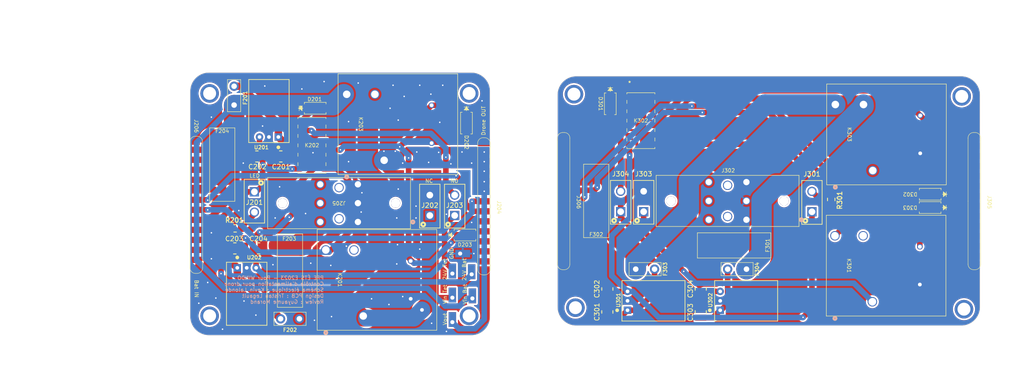
<source format=kicad_pcb>
(kicad_pcb (version 20221018) (generator pcbnew)
  (layers (0 "F.Cu" signal) (31 "B.Cu" signal) (34 "B.Paste" user) (35 "F.Paste" user) (36 "B.SilkS" user "B.Silkscreen") (37 "F.SilkS" user "F.Silkscreen") (38 "B.Mask" user) (39 "F.Mask" user) (44 "Edge.Cuts" user))
  (net 0 "")
  (net 1 "Net-(U201-Vin)")
  (net 2 "24V_Bat_G")
  (net 3 "Net-(U202-Vin)")
  (net 4 "24V_Tether_G")
  (net 5 "Net-(U301-Vin)")
  (net 6 "24V_Bat_D")
  (net 7 "Net-(U302-Vin)")
  (net 8 "24V_Tether_D")
  (net 9 "Net-(D201-Pad1)")
  (net 10 "/PCB_Gauche/Relay_Active")
  (net 11 "Net-(D301-Pad1)")
  (net 12 "/PCB_Droit/Relay_Active")
  (net 13 "Vin_Bat_G")
  (net 14 "+Vin_Tether_G")
  (net 15 "Net-(F203-Pad2)")
  (net 16 "Net-(F204-Pad2)")
  (net 17 "+Vin_Tether_D")
  (net 18 "Net-(F301-Pad2)")
  (net 19 "Vin_Bat_D")
  (net 20 "Net-(F302-Pad2)")
  (net 21 "Net-(J201-Pad2)")
  (net 22 "/PCB_Gauche/SDA")
  (net 23 "/PCB_Gauche/SCL")
  (net 24 "+Vin_Drone_G")
  (net 25 "Net-(J301-Pad2)")
  (net 26 "Net-(J303-Pad1)")
  (net 27 "/PCB_Droit/SDA")
  (net 28 "/PCB_Droit/SCL")
  (net 29 "+Vin_Drone_D")
  (net 30 "Net-(K201-Pad1)")
  (net 36 "Net-(K301-Pad1)")
  (net 42 "GND_G")
  (net 43 "GND_D")
  (footprint "Fuses:3587TR" (layer "F.Cu") (at 69.12 89.4 -90)
    (fp_text reference "F204")
    (fp_text value "047706.3MRET1P")
  )
  (footprint "Capacitors:C1210" (layer "F.Cu") (at 80.47 112 180)
    (fp_text reference "C204")
    (fp_text value "GRM32EC72A106ME05L" hide)
  )
  (footprint "Connectors:Keystone_5001" (layer "F.Cu") (at 136.6 125.5 90)
    (fp_text reference "TP1" hide)
    (fp_text value "Vin Bat" hide)
  )
  (footprint "Capacitors:C1210" (layer "F.Cu") (at 198.2 121.4 -90)
    (fp_text reference "C304")
    (fp_text value "GRM32EC72A106ME05L" hide)
  )
  (footprint "Connectors:MSD-DB01F-12P-V2.0" (layer "F.Cu") (at 139.72 85.8 -90)
    (fp_text reference "J204")
    (fp_text value "MSD-DB01M-12P")
  )
  (footprint "Relays:RELAY5_J115F11C24VDCSH.9_CRS" (layer "F.Cu") (at 234.505788 73.199883 -90)
    (fp_text reference "K303")
    (fp_text value "J115F11C24VDCSH.9")
  )
  (footprint "Capacitors:C1210" (layer "F.Cu") (at 83.37 87.2)
    (fp_text reference "C201")
    (fp_text value "GRM32EC72A106ME05L" hide)
  )
  (footprint "Connectors:Mounting_Hole_3mm" (layer "F.Cu") (at 135.72 130.2)
    (fp_text reference "H2" hide)
    (fp_text value "Mounting-Hole-M3" hide)
  )
  (footprint "Fuses:TE5_395" (layer "F.Cu") (at 208 117.6 180)
    (fp_text reference "F304")
    (fp_text value "0698Q2000-02" hide)
  )
  (footprint "Fuses:3587TR" (layer "F.Cu") (at 170 99.2 90)
    (fp_text reference "F302")
    (fp_text value "047706.3MRET1P")
  )
  (footprint "Connectors:MSD-DB01F-12P-V2.0" (layer "F.Cu") (at 62.12 85.4 -90)
    (fp_text reference "J206")
    (fp_text value "MSD-DB01F-12P_1")
  )
  (footprint "Connectors:64900221122" (layer "F.Cu") (at 77.8 99.6 180)
    (fp_text reference "J201")
    (fp_text value "64900221122" hide)
  )
  (footprint "Connectors:MSD-DB01F-12P-V2.0" (layer "F.Cu") (at 161.2 84.4 -90)
    (fp_text reference "J306")
    (fp_text value "MSD-DB01F-12P_1")
  )
  (footprint "Connectors:64900221122" (layer "F.Cu") (at 182.8 99.24)
    (fp_text reference "J303")
    (fp_text value "64900221122" hide)
  )
  (footprint "Connectors:Keystone_5001" (layer "F.Cu") (at 136.4 119 90)
    (fp_text reference "TP2" hide)
    (fp_text value "24V Bat" hide)
  )
  (footprint "Fuses:3587TR" (layer "F.Cu") (at 87.4 118 90)
    (fp_text reference "F203")
    (fp_text value "047706.3MRET1P")
  )
  (footprint "Diodes:SMA_DIO" (layer "F.Cu") (at 135 78.2 -90)
    (fp_text reference "D202")
    (fp_text value "S1D-13-F" hide)
  )
  (footprint "Connectors:Mounting_Hole_3mm" (layer "F.Cu") (at 269.205788 128.4)
    (fp_text reference "H7" hide)
    (fp_text value "Mounting-Hole-M3" hide)
  )
  (footprint "Fuses:TE5_395" (layer "F.Cu") (at 87.4 131 180)
    (fp_text reference "F202")
    (fp_text value "0698Q2000-02" hide)
  )
  (footprint "Assembly:OKI-78SR_Horizontal" (layer "F.Cu") (at 178.4482 126.15 90)
    (fp_text reference "U301")
    (fp_text value "LMW78_24-0.3RL" hide)
  )
  (footprint "Connectors:Keystone_5001" (layer "F.Cu") (at 131.2 118.8 90)
    (fp_text reference "TP4" hide)
    (fp_text value "24V Tether" hide)
  )
  (footprint "Assembly:OKI-78SR_Horizontal" (layer "F.Cu") (at 81.72 81.9518 180)
    (fp_text reference "U201")
    (fp_text value "LMW78_24-0.3RL" hide)
  )
  (footprint "Connectors:1998865" (layer "F.Cu") (at 210.52 104.28 180)
    (fp_text reference "J302")
    (fp_text value "1998865")
  )
  (footprint "Assembly:OKI-78SR_Horizontal" (layer "F.Cu") (at 203.4482 126.15 90)
    (fp_text reference "U302")
    (fp_text value "LMW78_24-0.3RL" hide)
  )
  (footprint "Capacitors:C1210" (layer "F.Cu") (at 74.07 112 180)
    (fp_text reference "C203")
    (fp_text value "GRM32EC72A106ME05L" hide)
  )
  (footprint "Relays:RELAY5_J115F11C24VDCSH.9_CRS" (layer "F.Cu") (at 102.7 70.437989 -90)
    (fp_text reference "K203")
    (fp_text value "J115F11C24VDCSH.9")
  )
  (footprint "Relays:G6SK-2G DC3_OMR" (layer "F.Cu") (at 93.32 84.2)
    (fp_text reference "K202")
    (fp_text value "G6SK-2G DC24")
  )
  (footprint "Diodes:SMA_DIO" (layer "F.Cu") (at 94.2 74.2)
    (fp_text reference "D201")
    (fp_text value "S1D-13-F" hide)
  )
  (footprint "Fuses:TE5_395" (layer "F.Cu") (at 183.2 117.6)
    (fp_text reference "F303")
    (fp_text value "0698Q2000-02" hide)
  )
  (footprint "Diodes:SMA_DIO" (layer "F.Cu") (at 260.077394 100.995294 180)
    (fp_text reference "D303")
    (fp_text value "S1D-13-F" hide)
  )
  (footprint "Connectors:Mounting_Hole_3mm" (layer "F.Cu") (at 65.72 70.2)
    (fp_text reference "H3" hide)
    (fp_text value "Mounting-Hole-M3" hide)
  )
  (footprint "Connectors:Mounting_Hole_3mm" (layer "F.Cu") (at 268.602894 71)
    (fp_text reference "H6" hide)
    (fp_text value "Mounting-Hole-M3" hide)
  )
  (footprint "Capacitors:C1210" (layer "F.Cu") (at 173 121.4 -90)
    (fp_text reference "C302")
    (fp_text value "GRM32EC72A106ME05L" hide)
  )
  (footprint "Connectors:64900221122" (layer "F.Cu") (at 131.8232 100.2715)
    (fp_text reference "J203")
    (fp_text value "64900221122" hide)
  )
  (footprint "Resistors:R1206" (layer "F.Cu") (at 71.05 106.6)
    (fp_text reference "R201")
    (fp_text value "RC1206JR-07120RL" hide)
  )
  (footprint "Connectors:Keystone_5001" (layer "F.Cu") (at 131.2 131.9 90)
    (fp_text reference "TP6" hide)
    (fp_text value "Vout Drone" hide)
  )
  (footprint "Resistors:R1206" (layer "F.Cu") (at 233.4 97.25 -90)
    (fp_text reference "R301")
    (fp_text value "RC1206JR-07120RL" hide)
  )
  (footprint "Relays:RELAY5_J115F11C24VDCSH.9_CRS" (layer "F.Cu") (at 234.402894 108.595177 -90)
    (fp_text reference "K301")
    (fp_text value "J115F11C24VDCSH.9")
  )
  (footprint "Diodes:SMA_DIO" (layer "F.Cu") (at 134.6 108.4)
    (fp_text reference "D203")
    (fp_text value "S1D-13-F" hide)
  )
  (footprint "Fuses:TE5_395" (layer "F.Cu") (at 72.32 70.8 90)
    (fp_text reference "F201")
    (fp_text value "0698Q2000-02" hide)
  )
  (footprint "Assembly:OKI-78SR_Horizontal" (layer "F.Cu") (at 75.72 117.2482)
    (fp_text reference "U202")
    (fp_text value "LMW78_24-0.3RL" hide)
  )
  (footprint "Capacitors:C1210" (layer "F.Cu") (at 173 127.6 -90)
    (fp_text reference "C301")
    (fp_text value "GRM32EC72A106ME05L" hide)
  )
  (footprint "Connectors:Mounting_Hole_3mm" (layer "F.Cu") (at 164.4 128)
    (fp_text reference "H8" hide)
    (fp_text value "Mounting-Hole-M3" hide)
  )
  (footprint "Connectors:64900221122" (layer "F.Cu") (at 176.6 99.24)
    (fp_text reference "J304")
    (fp_text value "64900221122" hide)
  )
  (footprint "Connectors:Mounting_Hole_3mm" (layer "F.Cu") (at 164 70.4)
    (fp_text reference "H5" hide)
    (fp_text value "Mounting-Hole-M3" hide)
  )
  (footprint "Capacitors:C1210" (layer "F.Cu") (at 198.2 127.6 -90)
    (fp_text reference "C303")
    (fp_text value "GRM32EC72A106ME05L" hide)
  )
  (footprint "Relays:RELAY5_J115F11C24VDCSH.9_CRS" (layer "F.Cu") (at 97.06 112.437989 -90)
    (fp_text reference "K201")
    (fp_text value "J115F11C24VDCSH.9")
  )
  (footprint "Connectors:MSD-DB01F-12P-V2.0" (layer "F.Cu") (at 272.005788 84.4 -90)
    (fp_text reference "J305")
    (fp_text value "MSD-DB01M-12P")
  )
  (footprint "Connectors:64900221122" (layer "F.Cu") (at 125.12 100.2715)
    (fp_text reference "J202")
    (fp_text value "64900221122" hide)
  )
  (footprint "Connectors:Mounting_Hole_3mm" (layer "F.Cu") (at 65.72 130.2)
    (fp_text reference "H4" hide)
    (fp_text value "Mounting-Hole-M3" hide)
  )
  (footprint "Diodes:SMA_DIO" (layer "F.Cu") (at 260.102894 97.395294 180)
    (fp_text reference "D302")
    (fp_text value "S1D-13-F" hide)
  )
  (footprint "Connectors:Keystone_5001" (layer "F.Cu") (at 133.3 113.4)
    (fp_text reference "TP5" hide)
    (fp_text value "GND" hide)
  )
  (footprint "Relays:G6SK-2G DC3_OMR" (layer "F.Cu") (at 182.050002 77.55)
    (fp_text reference "K302")
    (fp_text value "G6SK-2G DC24")
  )
  (footprint "Connectors:Mounting_Hole_3mm" (layer "F.Cu") (at 135.72 70.2)
    (fp_text reference "H1" hide)
    (fp_text value "Mounting-Hole-M3" hide)
  )
  (footprint "Connectors:1998865" (layer "F.Cu") (at 105.72 104.88 180)
    (fp_text reference "J205")
    (fp_text value "1998865")
  )
  (footprint "Connectors:Keystone_5001" (layer "F.Cu") (at 131.2 125.3 90)
    (fp_text reference "TP3" hide)
    (fp_text value "Vin Tether" hide)
  )
  (footprint "Fuses:3587TR" (layer "F.Cu") (at 207.2 111.2 180)
    (fp_text reference "F301")
    (fp_text value "047706.3MRET1P")
  )
  (footprint "Capacitors:C1210" (layer "F.Cu") (at 76.92 87.2)
    (fp_text reference "C202")
    (fp_text value "GRM32EC72A106ME05L" hide)
  )
  (footprint "Diodes:SMA_DIO" (layer "F.Cu") (at 173.8 73 -90)
    (fp_text reference "D301")
    (fp_text value "S1D-13-F" hide)
  )
  (footprint "Connectors:64900221122" (layer "F.Cu") (at 228.2 99.2715)
    (fp_text reference "J301")
    (fp_text value "64900221122" hide)
  )
  (gr_arc (start 141.32 130.4) (mid 139.855534 133.935534) (end 136.32 135.4) (stroke (width 0.1)) (layer "Edge.Cuts"))
  (gr_line (start 60.52 130.4) (end 60.52 69.6) (stroke (width 0.1)) (layer "Edge.Cuts"))
  (gr_arc (start 268.5 65.6) (mid 272.035534 67.064466) (end 273.5 70.6) (stroke (width 0.1)) (layer "Edge.Cuts"))
  (gr_line (start 159.6 117.8) (end 159.6 127.8) (stroke (width 0.1)) (layer "Edge.Cuts"))
  (gr_arc (start 273.5 127.8) (mid 272.035534 131.335534) (end 268.5 132.8) (stroke (width 0.1)) (layer "Edge.Cuts"))
  (gr_line (start 159.6 117.8) (end 159.6 70.6) (stroke (width 0.1)) (layer "Edge.Cuts"))
  (gr_line (start 164.6 65.6) (end 268.5 65.6) (stroke (width 0.1)) (layer "Edge.Cuts"))
  (gr_line (start 65.52 64.6) (end 136.32 64.6) (stroke (width 0.1)) (layer "Edge.Cuts"))
  (gr_arc (start 60.52 69.6) (mid 61.984466 66.064466) (end 65.52 64.6) (stroke (width 0.1)) (layer "Edge.Cuts"))
  (gr_line (start 65.52 135.4) (end 136.32 135.4) (stroke (width 0.1)) (layer "Edge.Cuts"))
  (gr_arc (start 136.32 64.6) (mid 139.855534 66.064466) (end 141.32 69.6) (stroke (width 0.1)) (layer "Edge.Cuts"))
  (gr_arc (start 159.6 70.6) (mid 161.064466 67.064466) (end 164.6 65.6) (stroke (width 0.1)) (layer "Edge.Cuts"))
  (gr_line (start 164.6 132.8) (end 268.5 132.8) (stroke (width 0.1)) (layer "Edge.Cuts"))
  (gr_arc (start 65.52 135.4) (mid 61.984466 133.935534) (end 60.52 130.4) (stroke (width 0.1)) (layer "Edge.Cuts"))
  (gr_line (start 273.5 127.8) (end 273.5 70.6) (stroke (width 0.1)) (layer "Edge.Cuts"))
  (gr_line (start 141.32 130.4) (end 141.32 69.6) (stroke (width 0.1)) (layer "Edge.Cuts"))
  (gr_arc (start 164.6 132.8) (mid 161.064466 131.335534) (end 159.6 127.8) (stroke (width 0.1)) (layer "Edge.Cuts"))
  (gr_text "PFE ÉTS E2023 - Pour WINDO\nContrôle d'alimentation pour drone\nSchéma électrique : Kevin Lalonde\nDesign PCB : Tristan Legault\nReview : Guyaume Morand" (at 96.6 127) (layer "B.SilkS") (effects (font (size 1 1)) (justify left bottom mirror)))
  (gr_text "Bat IN" (at 61.6 120.4 -90) (layer "F.SilkS") (effects (font (size 1 1)) (justify left bottom)))
  (gr_text "Vin Bat" (at 135.2 127.2 90) (layer "F.SilkS") (effects (font (size 1 1)) (justify left bottom)))
  (gr_text "GND" (at 131.6 115 90) (layer "F.SilkS") (effects (font (size 1 1)) (justify left bottom)))
  (gr_text "Vout" (at 129.8 132.8 90) (layer "F.SilkS") (effects (font (size 1 1)) (justify left bottom)))
  (gr_text "Vin Tet" (at 129.8 127.1 90) (layer "F.SilkS") (effects (font (size 1 1)) (justify left bottom)))
  (gr_text "LED" (at 76.4 93) (layer "F.SilkS") (effects (font (size 1 1)) (justify left bottom)))
  (gr_text "Drone OUT" (at 140.2 81.6 90) (layer "F.SilkS") (effects (font (size 1 1)) (justify left bottom)))
  (gr_text "24V Bat" (at 135 120.8 90) (layer "F.SilkS") (effects (font (size 1 1)) (justify left bottom)))
  (gr_text "24V Tet" (at 129.8 120.6 90) (layer "F.SilkS") (effects (font (size 1 1)) (justify left bottom)))
  (gr_text "NO" (at 130.6 94.4) (layer "F.SilkS") (effects (font (size 1 1)) (justify left bottom)))
  (gr_text "NC" (at 123.8 94.4) (layer "F.SilkS") (effects (font (size 1 1)) (justify left bottom)))
  (segment (start 84.26 78.432234) (end 84.26 81.9518) (width 2) (layer "F.Cu") (net 1))
  (segment (start 84.26 81.9518) (end 86.47 84.1618) (width 2) (layer "F.Cu") (net 1))
  (segment (start 86.47 84.1618) (end 86.47 87.2) (width 2) (layer "F.Cu") (net 1))
  (segment (start 72.32 68.26) (end 74.087766 68.26) (width 2) (layer "F.Cu") (net 1))
  (segment (start 74.087766 68.26) (end 84.26 78.432234) (width 2) (layer "F.Cu") (net 1))
  (segment (start 79.18 86.36) (end 80.02 87.2) (width 1.5) (layer "F.Cu") (net 2))
  (segment (start 68.8 118.8) (end 68.8 103.890811) (width 1.5) (layer "F.Cu") (net 2))
  (segment (start 75.950811 96.74) (end 77.8 96.74) (width 1.5) (layer "F.Cu") (net 2))
  (segment (start 80.02 89.42) (end 80.02 87.2) (width 1.5) (layer "F.Cu") (net 2))
  (segment (start 80.02 95.04) (end 80.02 87.2) (width 1.5) (layer "F.Cu") (net 2))
  (segment (start 68.8 103.890811) (end 75.950811 96.74) (width 1.5) (layer "F.Cu") (net 2))
  (segment (start 88.05 90.55) (end 88 90.6) (width 1.5) (layer "F.Cu") (net 2))
  (segment (start 79.18 81.9518) (end 79.18 86.36) (width 1.5) (layer "F.Cu") (net 2))
  (segment (start 78.32 96.74) (end 80.02 95.04) (width 1.5) (layer "F.Cu") (net 2))
  (segment (start 90.269998 90.55) (end 88.05 90.55) (width 1.5) (layer "F.Cu") (net 2))
  (via (at 68.8 118.8) (size 0.8) (drill 0.4) (layers "F.Cu" "B.Cu") (net 2))
  (via (at 88 90.6) (size 0.8) (drill 0.4) (layers "F.Cu" "B.Cu") (net 2))
  (via (at 80.02 89.42) (size 0.8) (drill 0.4) (layers "F.Cu" "B.Cu") (net 2))
  (segment (start 136.4 119) (end 134.35 121.05) (width 1.5) (layer "B.Cu") (net 2))
  (segment (start 68.8 119.4) (end 68.8 118.8) (width 1.5) (layer "B.Cu") (net 2))
  (segment (start 134.35 121.05) (end 70.45 121.05) (width 1.5) (layer "B.Cu") (net 2))
  (segment (start 81.2 90.6) (end 88 90.6) (width 1.5) (layer "B.Cu") (net 2))
  (segment (start 70.45 121.05) (end 68.8 119.4) (width 1.5) (layer "B.Cu") (net 2))
  (segment (start 80.02 89.42) (end 81.2 90.6) (width 1.5) (layer "B.Cu") (net 2))
  (segment (start 70.97 112) (end 70.97 115.0382) (width 2) (layer "F.Cu") (net 3))
  (segment (start 84.86 131) (end 73.18 119.32) (width 2) (layer "F.Cu") (net 3))
  (segment (start 70.97 115.0382) (end 73.18 117.2482) (width 2) (layer "F.Cu") (net 3))
  (segment (start 73.18 119.32) (end 73.18 117.2482) (width 2) (layer "F.Cu") (net 3))
  (segment (start 87.2 103.6) (end 89.8 101) (width 1.5) (layer "F.Cu") (net 4))
  (segment (start 93.6 89.4) (end 94.99 88.01) (width 1.5) (layer "F.Cu") (net 4))
  (segment (start 89.8 94.519998) (end 93.6 90.719998) (width 1.5) (layer "F.Cu") (net 4))
  (segment (start 131.2 117.6) (end 129.1 115.5) (width 1.5) (layer "F.Cu") (net 4))
  (segment (start 129.1 105.8547) (end 131.8232 103.1315) (width 1.5) (layer "F.Cu") (net 4))
  (segment (start 78.26 112.89) (end 77.37 112) (width 1.5) (layer "F.Cu") (net 4))
  (segment (start 78.26 117.2482) (end 78.26 112.89) (width 1.5) (layer "F.Cu") (net 4))
  (segment (start 89.8 101) (end 89.8 94.519998) (width 1.5) (layer "F.Cu") (net 4))
  (segment (start 93.6 90.719998) (end 93.6 89.4) (width 1.5) (layer "F.Cu") (net 4))
  (segment (start 77.37 109.43) (end 79.2 107.6) (width 1.5) (layer "F.Cu") (net 4))
  (segment (start 129.1 115.5) (end 129.1 105.8547) (width 1.5) (layer "F.Cu") (net 4))
  (segment (start 77.37 112) (end 77.37 109.43) (width 1.5) (layer "F.Cu") (net 4))
  (segment (start 94.99 88.01) (end 96.370002 88.01) (width 1.5) (layer "F.Cu") (net 4))
  (segment (start 131.2 118.8) (end 131.2 117.6) (width 1.5) (layer "F.Cu") (net 4))
  (via (at 79.2 107.6) (size 0.8) (drill 0.4) (layers "F.Cu" "B.Cu") (net 4))
  (via (at 87.2 103.6) (size 0.8) (drill 0.4) (layers "F.Cu" "B.Cu") (net 4))
  (via (at 129.1 115.5) (size 0.8) (drill 0.4) (layers "F.Cu" "B.Cu") (net 4))
  (segment (start 87.2 103.6) (end 83.2 107.6) (width 1.5) (layer "B.Cu") (net 4))
  (segment (start 125.4 119.2) (end 80.2118 119.2) (width 1.5) (layer "B.Cu") (net 4))
  (segment (start 83.2 107.6) (end 79.2 107.6) (width 1.5) (layer "B.Cu") (net 4))
  (segment (start 80.2118 119.2) (end 78.26 117.2482) (width 1.5) (layer "B.Cu") (net 4))
  (segment (start 129.1 115.5) (end 125.4 119.2) (width 1.5) (layer "B.Cu") (net 4))
  (segment (start 176.4382 130.7) (end 178.4482 128.69) (width 1.5) (layer "F.Cu") (net 5))
  (segment (start 185.74 123.8982) (end 185.74 117.6) (width 1.5) (layer "F.Cu") (net 5))
  (segment (start 180.9482 128.69) (end 185.74 123.8982) (width 1.5) (layer "F.Cu") (net 5))
  (segment (start 178.4482 128.69) (end 180.9482 128.69) (width 1.5) (layer "F.Cu") (net 5))
  (segment (start 173 130.7) (end 176.4382 130.7) (width 1.5) (layer "F.Cu") (net 5))
  (segment (start 173 124.5) (end 173.89 123.61) (width 1.5) (layer "F.Cu") (net 6))
  (segment (start 228.2 102.1315) (end 228.2 128.2) (width 1.5) (layer "F.Cu") (net 6))
  (segment (start 228.2 128.2) (end 225.8 130.6) (width 1.5) (layer "F.Cu") (net 6))
  (segment (start 179 86.88) (end 179 83.9) (width 1.5) (layer "F.Cu") (net 6))
  (segment (start 173.89 123.61) (end 178.4482 123.61) (width 1.5) (layer "F.Cu") (net 6))
  (via (at 225.8 130.6) (size 0.8) (drill 0.4) (layers "F.Cu" "B.Cu") (net 6))
  (via (at 179 86.88) (size 0.8) (drill 0.4) (layers "F.Cu" "B.Cu") (net 6))
  (segment (start 174.2 119.3618) (end 174.2 108.5482) (width 1.5) (layer "B.Cu") (net 6))
  (segment (start 174.2 108.5482) (end 179 103.7482) (width 1.5) (layer "B.Cu") (net 6))
  (segment (start 179 103.7482) (end 179 86.88) (width 1.5) (layer "B.Cu") (net 6))
  (segment (start 186.892413 130.64) (end 179.862413 123.61) (width 1.5) (layer "B.Cu") (net 6))
  (segment (start 225.76 130.64) (end 186.892413 130.64) (width 1.5) (layer "B.Cu") (net 6))
  (segment (start 178.4482 123.61) (end 174.2 119.3618) (width 1.5) (layer "B.Cu") (net 6))
  (segment (start 225.8 130.6) (end 225.76 130.64) (width 1.5) (layer "B.Cu") (net 6))
  (segment (start 179.862413 123.61) (end 178.4482 123.61) (width 1.5) (layer "B.Cu") (net 6))
  (segment (start 203.665917 128.69) (end 205.46 126.895917) (width 1.5) (layer "F.Cu") (net 7))
  (segment (start 201.4382 130.7) (end 203.4482 128.69) (width 1.5) (layer "F.Cu") (net 7))
  (segment (start 198.2 130.7) (end 201.4382 130.7) (width 1.5) (layer "F.Cu") (net 7))
  (segment (start 205.46 126.895917) (end 205.46 117.6) (width 1.5) (layer "F.Cu") (net 7))
  (segment (start 203.4482 128.69) (end 203.665917 128.69) (width 1.5) (layer "F.Cu") (net 7))
  (segment (start 176.6 100.2) (end 180.6 96.2) (width 1.5) (layer "F.Cu") (net 8))
  (segment (start 199.09 123.61) (end 203.4482 123.61) (width 1.5) (layer "F.Cu") (net 8))
  (segment (start 176.6 102.1) (end 176.6 100.2) (width 1.5) (layer "F.Cu") (net 8))
  (segment (start 197.46 124.5) (end 176.6 103.64) (width 1.5) (layer "F.Cu") (net 8))
  (segment (start 184.140004 81.36) (end 185.100004 81.36) (width 1.5) (layer "F.Cu") (net 8))
  (segment (start 180.6 96.2) (end 180.6 91.900004) (width 1.5) (layer "F.Cu") (net 8))
  (segment (start 198.2 124.5) (end 197.46 124.5) (width 1.5) (layer "F.Cu") (net 8))
  (segment (start 182.6 89.900004) (end 182.6 82.900004) (width 1.5) (layer "F.Cu") (net 8))
  (segment (start 180.6 91.900004) (end 182.6 89.900004) (width 1.5) (layer "F.Cu") (net 8))
  (segment (start 176.6 103.64) (end 176.6 102.1) (width 1.5) (layer "F.Cu") (net 8))
  (segment (start 182.6 82.900004) (end 184.140004 81.36) (width 1.5) (layer "F.Cu") (net 8))
  (segment (start 198.2 124.5) (end 199.09 123.61) (width 1.5) (layer "F.Cu") (net 8))
  (segment (start 91.6 80.2) (end 93.2 80.2) (width 1.5) (layer "F.Cu") (net 9))
  (segment (start 129.45 95.2583) (end 131.8232 97.6315) (width 1.5) (layer "F.Cu") (net 9))
  (segment (start 90.269998 78.869998) (end 91.6 80.2) (width 1.5) (layer "F.Cu") (net 9))
  (segment (start 90.269998 77.85) (end 90.269998 78.869998) (width 1.5) (layer "F.Cu") (net 9))
  (segment (start 92.3428 74.2) (end 92.3428 75.777198) (width 1.5) (layer "F.Cu") (net 9))
  (segment (start 92.3428 75.777198) (end 90.269998 77.85) (width 1.5) (layer "F.Cu") (net 9))
  (segment (start 129.45 87.4) (end 129.45 95.2583) (width 1.5) (layer "F.Cu") (net 9))
  (via (at 129.45 87.4) (size 0.8) (drill 0.4) (layers "F.Cu" "B.Cu") (net 9))
  (via (at 93.2 80.2) (size 0.8) (drill 0.4) (layers "F.Cu" "B.Cu") (net 9))
  (segment (start 129.45 87.4) (end 129.45 85.028866) (width 1.5) (layer "B.Cu") (net 9))
  (segment (start 125.421134 81) (end 94 81) (width 1.5) (layer "B.Cu") (net 9))
  (segment (start 94 81) (end 93.2 80.2) (width 1.5) (layer "B.Cu") (net 9))
  (segment (start 129.45 85.028866) (end 125.421134 81) (width 1.5) (layer "B.Cu") (net 9))
  (segment (start 130.8 110.5428) (end 132.7428 108.6) (width 1.5) (layer "F.Cu") (net 10))
  (segment (start 119.4 114.543706) (end 120.822894 115.9666) (width 1.5) (layer "F.Cu") (net 10))
  (segment (start 132.7428 108.6) (end 132.7428 108.4) (width 1.5) (layer "F.Cu") (net 10))
  (segment (start 120.846694 115.9428) (end 120.822894 115.9666) (width 1.5) (layer "F.Cu") (net 10))
  (segment (start 100.93 85.47) (end 101 85.4) (width 1.5) (layer "F.Cu") (net 10))
  (segment (start 125.6 73.4) (end 132.0572 73.4) (width 1.5) (layer "F.Cu") (net 10))
  (segment (start 117 84.6) (end 122.4 79.2) (width 1.5) (layer "F.Cu") (net 10))
  (segment (start 119.4 87.6) (end 119.4 114.543706) (width 1.5) (layer "F.Cu") (net 10))
  (segment (start 96.370002 85.47) (end 100.93 85.47) (width 1.5) (layer "F.Cu") (net 10))
  (segment (start 132.0572 73.4) (end 135 76.3428) (width 1.5) (layer "F.Cu") (net 10))
  (segment (start 122.4 76.6) (end 125.6 73.4) (width 1.5) (layer "F.Cu") (net 10))
  (segment (start 122.4 79.2) (end 122.4 76.6) (width 1.5) (layer "F.Cu") (net 10))
  (via (at 101 85.4) (size 0.8) (drill 0.4) (layers "F.Cu" "B.Cu") (net 10))
  (via (at 130.8 110.5428) (size 0.8) (drill 0.4) (layers "F.Cu" "B.Cu") (net 10))
  (via (at 119.4 87.6) (size 0.8) (drill 0.4) (layers "F.Cu" "B.Cu") (net 10))
  (via (at 117 84.6) (size 0.8) (drill 0.4) (layers "F.Cu" "B.Cu") (net 10))
  (segment (start 119.4 87.6) (end 119.4 86.96741) (width 1.5) (layer "B.Cu") (net 10))
  (segment (start 116.873806 84.441216) (end 101.958784 84.441216) (width 1.5) (layer "B.Cu") (net 10))
  (segment (start 119.4 86.96741) (end 116.873806 84.441216) (width 1.5) (layer "B.Cu") (net 10))
  (segment (start 101.958784 84.441216) (end 101 85.4) (width 1.5) (layer "B.Cu") (net 10))
  (segment (start 130.8 110.5428) (end 125.3762 115.9666) (width 1.5) (layer "B.Cu") (net 10))
  (segment (start 125.3762 115.9666) (end 120.822894 115.9666) (width 1.5) (layer "B.Cu") (net 10))
  (segment (start 174.1428 71.1428) (end 173.8 71.1428) (width 1.5) (layer "F.Cu") (net 11))
  (segment (start 179 71.2) (end 173.8572 71.2) (width 1.5) (layer "F.Cu") (net 11))
  (segment (start 173.8572 71.2) (end 173.8 71.1428) (width 1.5) (layer "F.Cu") (net 11))
  (segment (start 176.6 73.6) (end 175.3 72.3) (width 1.5) (layer "F.Cu") (net 11))
  (segment (start 177.6 72.6) (end 177.3 72.3) (width 1.5) (layer "F.Cu") (net 11))
  (segment (start 177.6 72.6) (end 179 71.2) (width 1.5) (layer "F.Cu") (net 11))
  (segment (start 176.6 73.6) (end 177.6 72.6) (width 1.5) (layer "F.Cu") (net 11))
  (segment (start 175.3 72.3) (end 174.1428 71.1428) (width 1.5) (layer "F.Cu") (net 11))
  (segment (start 177.3 72.3) (end 175.3 72.3) (width 1.5) (layer "F.Cu") (net 11))
  (segment (start 176.6 96.6) (end 176.6 73.6) (width 1.5) (layer "F.Cu") (net 11))
  (segment (start 185.51 78.82) (end 185.100004 78.82) (width 1.5) (layer "F.Cu") (net 12))
  (segment (start 261.960094 100.969794) (end 261.934594 100.995294) (width 1.5) (layer "F.Cu") (net 12))
  (segment (start 194.830117 69.499883) (end 185.51 78.82) (width 1.5) (layer "F.Cu") (net 12))
  (segment (start 257.302894 105.626994) (end 261.934594 100.995294) (width 1.5) (layer "F.Cu") (net 12))
  (segment (start 257.405788 76.161894) (end 250.743777 69.499883) (width 1.5) (layer "F.Cu") (net 12))
  (segment (start 261.960094 97.395294) (end 261.960094 80.7162) (width 1.5) (layer "F.Cu") (net 12))
  (segment (start 250.743777 69.499883) (end 194.830117 69.499883) (width 1.5) (layer "F.Cu") (net 12))
  (segment (start 261.960094 80.7162) (end 257.405788 76.161894) (width 1.5) (layer "F.Cu") (net 12))
  (segment (start 261.960094 97.395294) (end 261.960094 100.969794) (width 1.5) (layer "F.Cu") (net 12))
  (segment (start 257.302894 111.557188) (end 257.302894 105.626994) (width 1.5) (layer "F.Cu") (net 12))
  (segment (start 72.32 73.34) (end 72.32 82.45) (width 5.5) (layer "F.Cu") (net 13))
  (segment (start 66.12 82.65) (end 72.12 82.65) (width 5.5) (layer "F.Cu") (net 13))
  (segment (start 72.32 82.45) (end 72.12 82.65) (width 5.5) (layer "F.Cu") (net 13))
  (segment (start 124.45 122.75) (end 69.745836 122.75) (width 1.5) (layer "B.Cu") (net 13))
  (segment (start 69.745836 122.75) (end 62.2 115.204164) (width 1.5) (layer "B.Cu") (net 13))
  (segment (start 129.25 127.55) (end 124.45 122.75) (width 1.5) (layer "B.Cu") (net 13))
  (segment (start 62.2 83.46) (end 72.32 73.34) (width 1.5) (layer "B.Cu") (net 13))
  (segment (start 62.2 115.204164) (end 62.2 83.46) (width 1.5) (layer "B.Cu") (net 13))
  (segment (start 98.987483 73.34) (end 72.32 73.34) (width 5.5) (layer "B.Cu") (net 13))
  (segment (start 135.2 125.5) (end 133.15 127.55) (width 1.5) (layer "B.Cu") (net 13))
  (segment (start 101.922894 70.404589) (end 98.987483 73.34) (width 5.5) (layer "B.Cu") (net 13))
  (segment (start 136.6 125.5) (end 135.2 125.5) (width 1.5) (layer "B.Cu") (net 13))
  (segment (start 133.15 127.55) (end 129.25 127.55) (width 1.5) (layer "B.Cu") (net 13))
  (segment (start 100.4 124.095465) (end 107.109241 130.804706) (width 4.5) (layer "F.Cu") (net 14))
  (segment (start 107.109241 130.804706) (end 108.022894 130.804706) (width 4.5) (layer "F.Cu") (net 14))
  (segment (start 108.847732 118.247732) (end 108.847732 116.647732) (width 1.5) (layer "F.Cu") (net 14))
  (segment (start 100.4 124.095465) (end 100.4 123.8) (width 5.5) (layer "F.Cu") (net 14))
  (segment (start 89.94 131) (end 89.94 125.21) (width 5.5) (layer "F.Cu") (net 14))
  (segment (start 125.25 126.35) (end 125.25 103.2615) (width 4.5) (layer "F.Cu") (net 14))
  (segment (start 89.94 125.21) (end 90.4 124.75) (width 5.5) (layer "F.Cu") (net 14))
  (segment (start 84.4 124.75) (end 90.4 124.75) (width 5.5) (layer "F.Cu") (net 14))
  (segment (start 126.3 125.3) (end 125.25 126.35) (width 1.5) (layer "F.Cu") (net 14))
  (segment (start 99.745465 124.75) (end 100.4 124.095465) (width 5.5) (layer "F.Cu") (net 14))
  (segment (start 100.4 123.8) (end 100.695465 123.8) (width 5.5) (layer "F.Cu") (net 14))
  (segment (start 123 128.6) (end 125.25 126.35) (width 4.5) (layer "F.Cu") (net 14))
  (segment (start 131.2 125.3) (end 126.3 125.3) (width 1.5) (layer "F.Cu") (net 14))
  (segment (start 111.2554 94.520905) (end 108.4 91.665505) (width 5.5) (layer "F.Cu") (net 14))
  (segment (start 108.4 91.665505) (end 108.4 72.337989) (width 5.5) (layer "F.Cu") (net 14))
  (segment (start 100.695465 123.8) (end 108.847732 115.647732) (width 5.5) (layer "F.Cu") (net 14))
  (segment (start 108.847732 115.647732) (end 111.2554 113.240065) (width 5.5) (layer "F.Cu") (net 14))
  (segment (start 108.847732 116.647732) (end 108.847732 115.647732) (width 1) (layer "F.Cu") (net 14))
  (segment (start 125.25 103.2615) (end 125.12 103.1315) (width 4.5) (layer "F.Cu") (net 14))
  (segment (start 90.4 124.75) (end 99.745465 124.75) (width 5.5) (layer "F.Cu") (net 14))
  (segment (start 111.2554 113.240065) (end 111.2554 94.520905) (width 5.5) (layer "F.Cu") (net 14))
  (segment (start 108.4 72.337989) (end 110.3 70.437989) (width 5.5) (layer "F.Cu") (net 14))
  (via (at 123 128.6) (size 3.5) (drill 1) (layers "F.Cu" "B.Cu") (net 14))
  (segment (start 120.795294 130.804706) (end 108.022894 130.804706) (width 4.5) (layer "B.Cu") (net 14))
  (segment (start 123 128.6) (end 120.795294 130.804706) (width 4.5) (layer "B.Cu") (net 14))
  (segment (start 95.56 99.8) (end 95.56 104.88) (width 5.5) (layer "F.Cu") (net 15))
  (segment (start 95.56 94.72) (end 95.56 99.8) (width 5.5) (layer "F.Cu") (net 15))
  (segment (start 90.4 111.25) (end 84.4 111.25) (width 5.5) (layer "F.Cu") (net 15))
  (segment (start 90.4 110.43259) (end 95.756295 105.076295) (width 5.5) (layer "F.Cu") (net 15))
  (segment (start 90.4 111.25) (end 90.4 110.43259) (width 5.5) (layer "F.Cu") (net 15))
  (segment (start 213.95 114.2) (end 213.95 108.2) (width 5.5) (layer "F.Cu") (net 17))
  (segment (start 210.54 117.6) (end 210.55 117.6) (width 5.5) (layer "F.Cu") (net 17))
  (segment (start 210.55 117.6) (end 213.95 114.2) (width 5.5) (layer "F.Cu") (net 17))
  (segment (start 242.105788 73.199883) (end 242.105788 73.6609) (width 5.5) (layer "B.Cu") (net 17))
  (segment (start 220.811288 94.9554) (end 218.6446 94.9554) (width 5.5) (layer "B.Cu") (net 17))
  (segment (start 218.6446 94.9554) (end 214.6 99) (width 5.5) (layer "B.Cu") (net 17))
  (segment (start 242.105788 73.6609) (end 220.811288 94.9554) (width 5.5) (layer "B.Cu") (net 17))
  (segment (start 214.6 99) (end 214.6 113.54) (width 5.5) (layer "B.Cu") (net 17))
  (segment (start 214.6 113.54) (end 210.54 117.6) (width 5.5) (layer "B.Cu") (net 17))
  (segment (start 200.36 94.12) (end 200.36 99.2) (width 5.5) (layer "F.Cu") (net 18))
  (segment (start 200.32 114.35) (end 200.32 104.39) (width 5.5) (layer "F.Cu") (net 18))
  (segment (start 200.36 99.2) (end 200.36 104.28) (width 5.5) (layer "F.Cu") (net 18))
  (segment (start 167 105.95) (end 173 105.95) (width 5.5) (layer "F.Cu") (net 19))
  (segment (start 173 105.95) (end 173.15 105.95) (width 5.5) (layer "F.Cu") (net 19))
  (segment (start 180.698808 113.498808) (end 180.698808 117.561192) (width 5.5) (layer "F.Cu") (net 19))
  (segment (start 173.15 105.95) (end 180.698808 113.498808) (width 5.5) (layer "F.Cu") (net 19))
  (segment (start 195 101.4) (end 180.66 115.74) (width 5.5) (layer "B.Cu") (net 19))
  (segment (start 195 93.745505) (end 195 101.4) (width 5.5) (layer "B.Cu") (net 19))
  (segment (start 180.66 115.74) (end 180.66 117.6) (width 5.5) (layer "B.Cu") (net 19))
  (segment (start 234.505788 73.199883) (end 215.545622 73.199883) (width 5.5) (layer "B.Cu") (net 19))
  (segment (start 215.545622 73.199883) (end 195 93.745505) (width 5.5) (layer "B.Cu") (net 19))
  (segment (start 74.15 106.41) (end 78.32 102.24) (width 1.5) (layer "F.Cu") (net 21))
  (segment (start 74.15 106.6) (end 74.15 106.41) (width 1.5) (layer "F.Cu") (net 21))
  (segment (start 139.72 102) (end 136.795836 102) (width 1.5) (layer "F.Cu") (net 22))
  (segment (start 62.12 98.9) (end 65.1 98.9) (width 1.5) (layer "F.Cu") (net 22))
  (segment (start 65.1 98.9) (end 65.2 99) (width 1.5) (layer "F.Cu") (net 22))
  (segment (start 136.795836 102) (end 134.7 99.904164) (width 1.5) (layer "F.Cu") (net 22))
  (segment (start 134.7 99.904164) (end 134.7 94.9) (width 1.5) (layer "F.Cu") (net 22))
  (segment (start 134.7 94.9) (end 132.2 92.4) (width 1.5) (layer "F.Cu") (net 22))
  (via (at 132.2 92.4) (size 0.8) (drill 0.4) (layers "F.Cu" "B.Cu") (net 22))
  (via (at 65.2 99) (size 0.8) (drill 0.4) (layers "F.Cu" "B.Cu") (net 22))
  (segment (start 71.8 92.4) (end 132.2 92.4) (width 1.5) (layer "B.Cu") (net 22))
  (segment (start 65.2 99) (end 71.8 92.4) (width 1.5) (layer "B.Cu") (net 22))
  (segment (start 62.12 101.6) (end 65.2 101.6) (width 1.5) (layer "F.Cu") (net 23))
  (segment (start 136.5 99.3) (end 139.72 99.3) (width 1.5) (layer "F.Cu") (net 23))
  (via (at 65.2 101.6) (size 0.8) (drill 0.4) (layers "F.Cu" "B.Cu") (net 23))
  (via (at 136.5 99.3) (size 0.8) (drill 0.4) (layers "F.Cu" "B.Cu") (net 23))
  (segment (start 136.5 102.3) (end 136.5 99.3) (width 1.5) (layer "B.Cu") (net 23))
  (segment (start 65.2 101.6) (end 70.204164 101.6) (width 1.5) (layer "B.Cu") (net 23))
  (segment (start 77.904164 109.3) (end 129.5 109.3) (width 1.5) (layer "B.Cu") (net 23))
  (segment (start 129.5 109.3) (end 136.5 102.3) (width 1.5) (layer "B.Cu") (net 23))
  (segment (start 70.204164 101.6) (end 77.904164 109.3) (width 1.5) (layer "B.Cu") (net 23))
  (via (at 121.6 86) (size 0.8) (drill 0.4) (layers "F.Cu" "B.Cu") (net 24))
  (via (at 139.8 91.2) (size 0.8) (drill 0.4) (layers "F.Cu" "B.Cu") (net 24))
  (via (at 112.734617 85.791216) (size 0.8) (drill 0.4) (layers "F.Cu" "B.Cu") (net 24))
  (via (at 124.8 88.8) (size 0.8) (drill 0.4) (layers "F.Cu" "B.Cu") (net 24))
  (via (at 117.8 89) (size 0.8) (drill 0.4) (layers "F.Cu" "B.Cu") (net 24))
  (via (at 136.4 89) (size 0.8) (drill 0.4) (layers "F.Cu" "B.Cu") (net 24))
  (via (at 127.5 86.1) (size 0.8) (drill 0.4) (layers "F.Cu" "B.Cu") (net 24))
  (via (at 139.8 86) (size 0.8) (drill 0.4) (layers "F.Cu" "B.Cu") (net 24))
  (via (at 139.8 88.6) (size 0.8) (drill 0.4) (layers "F.Cu" "B.Cu") (net 24))
  (via (at 139.8 96.6) (size 0.8) (drill 0.4) (layers "F.Cu" "B.Cu") (net 24))
  (via (at 133.8 86) (size 0.8) (drill 0.4) (layers "F.Cu" "B.Cu") (net 24))
  (via (at 139.8 94) (size 0.8) (drill 0.4) (layers "F.Cu" "B.Cu") (net 24))
  (via (at 130.8 89.2) (size 0.8) (drill 0.4) (layers "F.Cu" "B.Cu") (net 24))
  (via (at 115.8 85.8) (size 0.8) (drill 0.4) (layers "F.Cu" "B.Cu") (net 24))
  (segment (start 137.293005 133.65) (end 139.8 131.143005) (width 1.5) (layer "B.Cu") (net 24))
  (segment (start 112.8 88.238106) (end 115.361894 88.238106) (width 5.5) (layer "B.Cu") (net 24))
  (segment (start 139.8 131.143005) (end 139.8 94) (width 1.5) (layer "B.Cu") (net 24))
  (segment (start 132.95 133.65) (end 137.293005 133.65) (width 1.5) (layer "B.Cu") (net 24))
  (segment (start 115.4 88.2) (end 115.361894 88.238106) (width 5.5) (layer "B.Cu") (net 24))
  (segment (start 131.2 131.9) (end 132.95 133.65) (width 1.5) (layer "B.Cu") (net 24))
  (segment (start 233.4 100.35) (end 231.9185 100.35) (width 1.5) (layer "F.Cu") (net 25))
  (segment (start 231.9185 100.35) (end 228.2 96.6315) (width 1.5) (layer "F.Cu") (net 25))
  (segment (start 182.8 107.395836) (end 193.6 118.195836) (width 1.5) (layer "F.Cu") (net 26))
  (segment (start 193.6 118.2) (end 193.604164 118.2) (width 1.5) (layer "F.Cu") (net 26))
  (segment (start 193.6 118.195836) (end 193.6 118.2) (width 1.5) (layer "F.Cu") (net 26))
  (segment (start 182.8 102.1) (end 182.8 107.395836) (width 1.5) (layer "F.Cu") (net 26))
  (segment (start 193.604164 118.2) (end 193.702082 118.297918) (width 1.5) (layer "F.Cu") (net 26))
  (via (at 193.6 118.2) (size 0.8) (drill 0.4) (layers "F.Cu" "B.Cu") (net 26))
  (segment (start 196.8 121.4) (end 239.5076 121.4) (width 1.5) (layer "B.Cu") (net 26))
  (segment (start 193.6 118.2) (end 196.8 121.4) (width 1.5) (layer "B.Cu") (net 26))
  (segment (start 239.5076 121.4) (end 244.502894 126.395294) (width 1.5) (layer "B.Cu") (net 26))
  (segment (start 272.005788 100.6) (end 270.681216 100.6) (width 1.5) (layer "F.Cu") (net 27))
  (segment (start 261.88 114.76) (end 259.34 117.3) (width 1.5) (layer "F.Cu") (net 27))
  (segment (start 169.52 96.32) (end 165.78 96.32) (width 1.5) (layer "F.Cu") (net 27))
  (segment (start 165.78 96.32) (end 164.2 97.9) (width 1.5) (layer "F.Cu") (net 27))
  (segment (start 170.3 95.54) (end 169.52 96.32) (width 1.5) (layer "F.Cu") (net 27))
  (segment (start 259.34 117.3) (end 247.35 117.3) (width 1.5) (layer "F.Cu") (net 27))
  (segment (start 216.62 75.34) (end 198.62 75.34) (width 1.5) (layer "F.Cu") (net 27))
  (segment (start 247.35 117.3) (end 244.58 114.53) (width 1.5) (layer "F.Cu") (net 27))
  (segment (start 244.58 114.53) (end 244.58 103.3) (width 1.5) (layer "F.Cu") (net 27))
  (segment (start 270.681216 100.6) (end 261.88 109.401216) (width 1.5) (layer "F.Cu") (net 27))
  (segment (start 164.2 97.9) (end 161.2 97.9) (width 1.5) (layer "F.Cu") (net 27))
  (segment (start 244.58 103.3) (end 216.62 75.34) (width 1.5) (layer "F.Cu") (net 27))
  (segment (start 261.88 109.401216) (end 261.88 114.76) (width 1.5) (layer "F.Cu") (net 27))
  (via (at 170.3 95.54) (size 0.8) (drill 0.4) (layers "F.Cu" "B.Cu") (net 27))
  (via (at 198.62 75.34) (size 0.8) (drill 0.4) (layers "F.Cu" "B.Cu") (net 27))
  (segment (start 170.3 93.175837) (end 188.135837 75.34) (width 1.5) (layer "B.Cu") (net 27))
  (segment (start 188.135837 75.34) (end 198.62 75.34) (width 1.5) (layer "B.Cu") (net 27))
  (segment (start 170.3 95.54) (end 170.3 93.175837) (width 1.5) (layer "B.Cu") (net 27))
  (segment (start 166.9 98.13) (end 164.43 100.6) (width 1.5) (layer "F.Cu") (net 28))
  (segment (start 248.054164 115.6) (end 246.28 113.825836) (width 1.5) (layer "F.Cu") (net 28))
  (segment (start 217.314164 73.63) (end 195.81 73.63) (width 1.5) (layer "F.Cu") (net 28))
  (segment (start 246.28 102.595836) (end 217.314164 73.63) (width 1.5) (layer "F.Cu") (net 28))
  (segment (start 270.977053 97.9) (end 260.18 108.697053) (width 1.5) (layer "F.Cu") (net 28))
  (segment (start 164.43 100.6) (end 161.2 100.6) (width 1.5) (layer "F.Cu") (net 28))
  (segment (start 260.18 108.697053) (end 260.18 114.055836) (width 1.5) (layer "F.Cu") (net 28))
  (segment (start 272.005788 97.9) (end 270.977053 97.9) (width 1.5) (layer "F.Cu") (net 28))
  (segment (start 246.28 113.825836) (end 246.28 102.595836) (width 1.5) (layer "F.Cu") (net 28))
  (segment (start 260.18 114.055836) (end 258.635836 115.6) (width 1.5) (layer "F.Cu") (net 28))
  (segment (start 258.635836 115.6) (end 248.054164 115.6) (width 1.5) (layer "F.Cu") (net 28))
  (via (at 195.81 73.63) (size 0.8) (drill 0.4) (layers "F.Cu" "B.Cu") (net 28))
  (via (at 166.9 98.13) (size 0.8) (drill 0.4) (layers "F.Cu" "B.Cu") (net 28))
  (segment (start 166.9 94.171674) (end 166.9 98.13) (width 1.5) (layer "B.Cu") (net 28))
  (segment (start 187.441673 73.63) (end 166.9 94.171674) (width 1.5) (layer "B.Cu") (net 28))
  (segment (start 195.81 73.63) (end 187.441673 73.63) (width 1.5) (layer "B.Cu") (net 28))
  (segment (start 244.605788 92) (end 244.605788 91) (width 5.5) (layer "F.Cu") (net 29))
  (segment (start 103.2 107.727483) (end 103.2 93.718407) (width 1.5) (layer "F.Cu") (net 30))
  (segment (start 97.922894 113.004589) (end 103.2 107.727483) (width 1.5) (layer "F.Cu") (net 30))
  (segment (start 103.2 93.718407) (end 100.031593 90.55) (width 1.5) (layer "F.Cu") (net 30))
  (segment (start 71.05 106.6) (end 73.65 109.2) (width 1.5) (layer "F.Cu") (net 30))
  (segment (start 100.031593 90.55) (end 96.370002 90.55) (width 1.5) (layer "F.Cu") (net 30))
  (segment (start 73.65 109.2) (end 75.4 109.2) (width 1.5) (layer "F.Cu") (net 30))
  (via (at 75.4 109.2) (size 0.8) (drill 0.4) (layers "F.Cu" "B.Cu") (net 30))
  (segment (start 97.922894 113.004589) (end 79.204589 113.004589) (width 1.5) (layer "B.Cu") (net 30))
  (segment (start 79.204589 113.004589) (end 75.4 109.2) (width 1.5) (layer "B.Cu") (net 30))
  (segment (start 233.4 97.25) (end 233.55 97.25) (width 1.5) (layer "F.Cu") (net 36))
  (segment (start 233.4 97.25) (end 220.05 83.9) (width 1.5) (layer "F.Cu") (net 36))
  (segment (start 236.6 106.398071) (end 234.402894 108.595177) (width 1.5) (layer "F.Cu") (net 36))
  (segment (start 233.55 97.25) (end 236.6 100.3) (width 1.5) (layer "F.Cu") (net 36))
  (segment (start 220.05 83.9) (end 185.100004 83.9) (width 1.5) (layer "F.Cu") (net 36))
  (segment (start 236.6 100.3) (end 236.6 106.398071) (width 1.5) (layer "F.Cu") (net 36))
  (via (at 122.4 68) (size 0.8) (drill 0.4) (layers "F.Cu" "B.Cu") (net 42))
  (via (at 106.8 97) (size 0.8) (drill 0.4) (layers "F.Cu" "B.Cu") (net 42))
  (via (at 125.6 132.2) (size 0.8) (drill 0.4) (layers "F.Cu" "B.Cu") (net 42))
  (via (at 65.2 121.2) (size 0.8) (drill 0.4) (layers "F.Cu" "B.Cu") (net 42))
  (via (at 117.8 125) (size 0.8) (drill 0.4) (layers "F.Cu" "B.Cu") (net 42))
  (via (at 105.8 67.4) (size 0.8) (drill 0.4) (layers "F.Cu" "B.Cu") (net 42))
  (via (at 74.8 89) (size 0.8) (drill 0.4) (layers "F.Cu" "B.Cu") (net 42))
  (via (at 106.6 102.2) (size 0.8) (drill 0.4) (layers "F.Cu" "B.Cu") (net 42))
  (via (at 80 79) (size 0.8) (drill 0.4) (layers "F.Cu" "B.Cu") (net 42))
  (via (at 103.2 88.6) (size 0.8) (drill 0.4) (layers "F.Cu" "B.Cu") (net 42))
  (via (at 94 131.4) (size 0.8) (drill 0.4) (layers "F.Cu" "B.Cu") (net 42))
  (via (at 91.6 102.6) (size 0.8) (drill 0.4) (layers "F.Cu" "B.Cu") (net 42))
  (via (at 116.2 103.8) (size 0.8) (drill 0.4) (layers "F.Cu" "B.Cu") (net 42))
  (via (at 84.6 95.4) (size 0.8) (drill 0.4) (layers "F.Cu" "B.Cu") (net 42))
  (via (at 93 116) (size 0.8) (drill 0.4) (layers "F.Cu" "B.Cu") (net 42))
  (via (at 136.4 105) (size 0.8) (drill 0.4) (layers "F.Cu" "B.Cu") (net 42))
  (via (at 127.8 78) (size 0.8) (drill 0.4) (layers "F.Cu" "B.Cu") (net 42))
  (via (at 139.2 72.2) (size 0.8) (drill 0.4) (layers "F.Cu" "B.Cu") (net 42))
  (via (at 66.2 76.6) (size 0.8) (drill 0.4) (layers "F.Cu" "B.Cu") (net 42))
  (via (at 98.6 130.4) (size 0.8) (drill 0.4) (layers "F.Cu" "B.Cu") (net 42))
  (via (at 93.6 86.2) (size 0.8) (drill 0.4) (layers "F.Cu" "B.Cu") (net 42))
  (via (at 69.2 133.8) (size 0.8) (drill 0.4) (layers "F.Cu" "B.Cu") (net 42))
  (via (at 116.6 77.4) (size 0.8) (drill 0.4) (layers "F.Cu" "B.Cu") (net 42))
  (via (at 80.6 68.2) (size 0.8) (drill 0.4) (layers "F.Cu" "B.Cu") (net 42))
  (via (at 102.6 111.4) (size 0.8) (drill 0.4) (layers "F.Cu" "B.Cu") (net 42))
  (via (at 82.8 116.4) (size 0.8) (drill 0.4) (layers "F.Cu" "B.Cu") (net 42))
  (via (at 62.8 126.8) (size 0.8) (drill 0.4) (layers "F.Cu" "B.Cu") (net 42))
  (via (at 115.2 68) (size 0.8) (drill 0.4) (layers "F.Cu" "B.Cu") (net 42))
  (via (at 103.2 77.8) (size 0.8) (drill 0.4) (layers "F.Cu" "B.Cu") (net 42))
  (via (at 75 126.2) (size 0.8) (drill 0.4) (layers "F.Cu" "B.Cu") (net 42))
  (via (at 83.4 103.8) (size 0.8) (drill 0.4) (layers "F.Cu" "B.Cu") (net 42))
  (via (at 98.4 116.6) (size 0.8) (drill 0.4) (layers "F.Cu" "B.Cu") (net 42))
  (via (at 129.6 102.8) (size 0.8) (drill 0.4) (layers "F.Cu" "B.Cu") (net 42))
  (via (at 66.2 107.8) (size 0.8) (drill 0.4) (layers "F.Cu" "B.Cu") (net 42))
  (via (at 125.4 70.4) (size 0.8) (drill 0.4) (layers "F.Cu" "B.Cu") (net 42))
  (via (at 122.4 112.2) (size 0.8) (drill 0.4) (layers "F.Cu" "B.Cu") (net 42))
  (via (at 66.2 114.8) (size 0.8) (drill 0.4) (layers "F.Cu" "B.Cu") (net 42))
  (via (at 116.6 96) (size 0.8) (drill 0.4) (layers "F.Cu" "B.Cu") (net 42))
  (via (at 96.6 67) (size 0.8) (drill 0.4) (layers "F.Cu" "B.Cu") (net 42))
  (via (at 118.2 71) (size 0.8) (drill 0.4) (layers "F.Cu" "B.Cu") (net 42))
  (via (at 137 113.4) (size 0.8) (drill 0.4) (layers "F.Cu" "B.Cu") (net 42))
  (via (at 78.2 130) (size 0.8) (drill 0.4) (layers "F.Cu" "B.Cu") (net 42))
  (via (at 114.4 74.2) (size 0.8) (drill 0.4) (layers "F.Cu" "B.Cu") (net 42))
  (via (at 67.4 125.4) (size 0.8) (drill 0.4) (layers "F.Cu" "B.Cu") (net 42))
  (via (at 109.4 125.6) (size 0.8) (drill 0.4) (layers "F.Cu" "B.Cu") (net 42))
  (via (at 73.6 101.8) (size 0.8) (drill 0.4) (layers "F.Cu" "B.Cu") (net 42))
  (via (at 114.09 127.14) (size 0.8) (drill 0.4) (layers "F.Cu" "B.Cu") (net 42))
  (via (at 116.2 116.2) (size 0.8) (drill 0.4) (layers "F.Cu" "B.Cu") (net 42))
  (via (at 121.4 100.6) (size 0.8) (drill 0.4) (layers "F.Cu" "B.Cu") (net 42))
  (via (at 129.6 134.4) (size 0.8) (drill 0.4) (layers "F.Cu" "B.Cu") (net 42))
  (via (at 121.4 103.8) (size 0.8) (drill 0.4) (layers "F.Cu" "B.Cu") (net 42))
  (via (at 90.6 69) (size 0.8) (drill 0.4) (layers "F.Cu" "B.Cu") (net 42))
  (via (at 116.4 111) (size 0.8) (drill 0.4) (layers "F.Cu" "B.Cu") (net 42))
  (via (at 128.6 68) (size 0.8) (drill 0.4) (layers "F.Cu" "B.Cu") (net 42))
  (zone (net 24) (net_name "+Vin_Drone_G") (layer "F.Cu") (priority 4) (connect_pads (clearance 0.5)) (min_thickness 0.25) (fill yes (thermal_gap 0.5) (thermal_bridge_width 0.5))
    (polygon (pts (xy 141.2 84.6) (xy 111.4 84.6) (xy 111.4 90.4) (xy 136.6 90.4) (xy 136.6 97.6) (xy 141.2 97.6)))
  )
  (zone (net 42) (net_name "GND_G") (layer "F.Cu") (connect_pads (clearance 0.5)) (min_thickness 0.25) (fill yes (thermal_gap 0.5) (thermal_bridge_width 0.5))
    (polygon (pts (xy 9.4 45.2) (xy 145.6 45.2) (xy 145.4 147.4) (xy 9.4 147.6) (xy 9.4 45)))
  )
  (zone (net 16) (net_name "Net-(F204-Pad2)") (layer "F.Cu") (priority 3) (connect_pads (clearance 0.5)) (min_thickness 0.25) (fill yes (thermal_gap 0.5) (thermal_bridge_width 0.5))
    (polygon (pts (xy 60.6 97.2) (xy 73.8 97.2) (xy 73.8 84.4) (xy 60.6 84.4)))
  )
  (zone (net 20) (net_name "Net-(F302-Pad2)") (layer "F.Cu") (priority 1) (connect_pads (clearance 0.5)) (min_thickness 0.25) (fill yes (thermal_gap 0.5) (thermal_bridge_width 0.5))
    (polygon (pts (xy 159.6 83.2) (xy 175 83.2) (xy 175 92.6) (xy 175 96.4) (xy 163.2 96.4) (xy 159.6 96.4)))
  )
  (zone (net 29) (net_name "+Vin_Drone_D") (layer "F.Cu") (priority 2) (connect_pads (clearance 0.5)) (min_thickness 0.25) (fill yes (thermal_gap 0.5) (thermal_bridge_width 0.5))
    (polygon (pts (xy 273.605788 82.8) (xy 273.605788 96.2) (xy 264.805788 96.2) (xy 264.805788 94.8) (xy 242.005788 94.8) (xy 242.005788 89) (xy 260.005788 89) (xy 260.005788 82.8)))
  )
  (zone (net 43) (net_name "GND_D") (layer "F.Cu") (connect_pads (clearance 0.5)) (min_thickness 0.25) (fill yes (thermal_gap 0.5) (thermal_bridge_width 0.5))
    (polygon (pts (xy 149 45.2) (xy 285.2 45.2) (xy 285 147.4) (xy 149 147.6) (xy 149 45)))
  )
  (zone (net 42) (net_name "GND_G") (layer "B.Cu") (connect_pads (clearance 0.5)) (min_thickness 0.25) (fill yes (thermal_gap 0.5) (thermal_bridge_width 0.5))
    (polygon (pts (xy 9.173606 47.251804) (xy 145.373606 47.251804) (xy 145.173606 149.451804) (xy 9.173606 149.651804) (xy 9.173606 47.051804)))
  )
  (zone (net 43) (net_name "GND_D") (layer "B.Cu") (connect_pads (clearance 0.5)) (min_thickness 0.25) (fill yes (thermal_gap 0.5) (thermal_bridge_width 0.5))
    (polygon (pts (xy 149.2 46.8) (xy 285.4 46.8) (xy 285.2 149) (xy 149.2 149.2) (xy 149.2 46.6)))
  )
  (zone (net 24) (net_name "+Vin_Drone_G") (layer "B.Cu") (priority 4) (connect_pads (clearance 0.5)) (min_thickness 0.25) (fill yes (thermal_gap 0.5) (thermal_bridge_width 0.5))
    (polygon (pts (xy 141.2 84.6) (xy 111.4 84.6) (xy 111.4 90.4) (xy 136.6 90.4) (xy 136.6 97.6) (xy 141.2 97.6)))
  )
)
</source>
